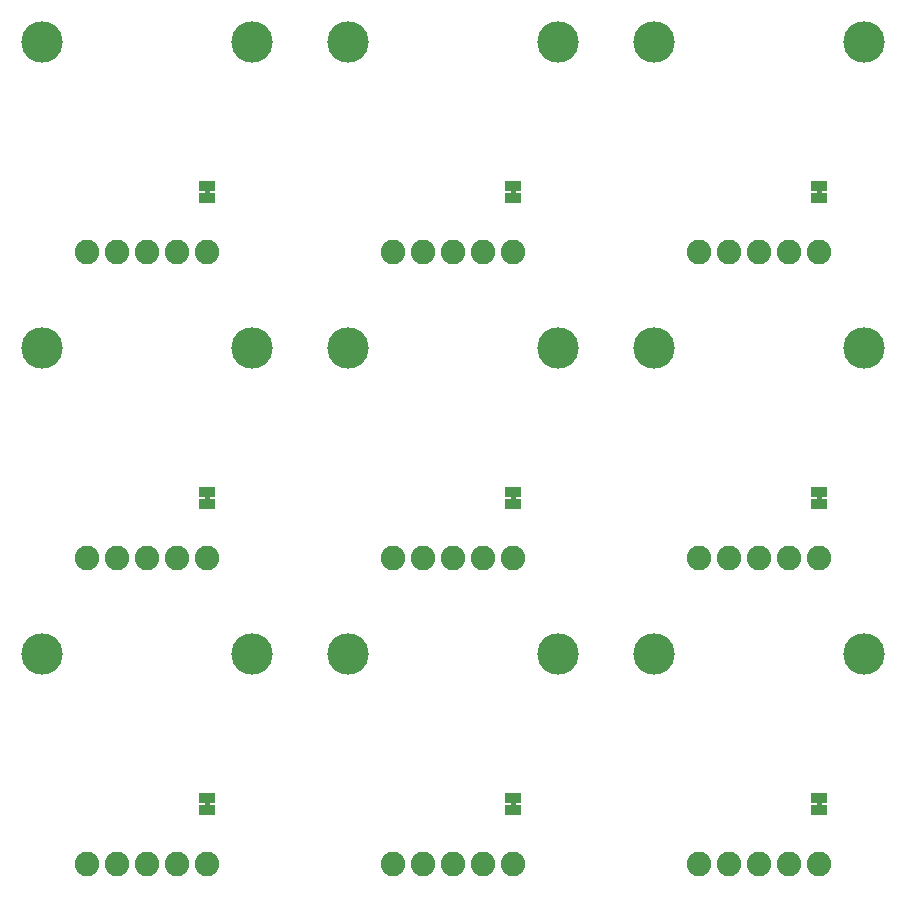
<source format=gbs>
G75*
%MOIN*%
%OFA0B0*%
%FSLAX25Y25*%
%IPPOS*%
%LPD*%
%AMOC8*
5,1,8,0,0,1.08239X$1,22.5*
%
%ADD10C,0.13800*%
%ADD11C,0.08200*%
%ADD12R,0.05800X0.03300*%
%ADD13C,0.00500*%
D10*
X0071333Y0093500D03*
X0141333Y0093500D03*
X0173333Y0093500D03*
X0243333Y0093500D03*
X0275333Y0093500D03*
X0345333Y0093500D03*
X0345333Y0195500D03*
X0275333Y0195500D03*
X0243333Y0195500D03*
X0173333Y0195500D03*
X0141333Y0195500D03*
X0071333Y0195500D03*
X0071333Y0297500D03*
X0141333Y0297500D03*
X0173333Y0297500D03*
X0243333Y0297500D03*
X0275333Y0297500D03*
X0345333Y0297500D03*
D11*
X0086333Y0023500D03*
X0096333Y0023500D03*
X0106333Y0023500D03*
X0116333Y0023500D03*
X0126333Y0023500D03*
X0188333Y0023500D03*
X0198333Y0023500D03*
X0208333Y0023500D03*
X0218333Y0023500D03*
X0228333Y0023500D03*
X0290333Y0023500D03*
X0300333Y0023500D03*
X0310333Y0023500D03*
X0320333Y0023500D03*
X0330333Y0023500D03*
X0330333Y0125500D03*
X0320333Y0125500D03*
X0310333Y0125500D03*
X0300333Y0125500D03*
X0290333Y0125500D03*
X0228333Y0125500D03*
X0218333Y0125500D03*
X0208333Y0125500D03*
X0198333Y0125500D03*
X0188333Y0125500D03*
X0126333Y0125500D03*
X0116333Y0125500D03*
X0106333Y0125500D03*
X0096333Y0125500D03*
X0086333Y0125500D03*
X0086333Y0227500D03*
X0096333Y0227500D03*
X0106333Y0227500D03*
X0116333Y0227500D03*
X0126333Y0227500D03*
X0188333Y0227500D03*
X0198333Y0227500D03*
X0208333Y0227500D03*
X0218333Y0227500D03*
X0228333Y0227500D03*
X0290333Y0227500D03*
X0300333Y0227500D03*
X0310333Y0227500D03*
X0320333Y0227500D03*
X0330333Y0227500D03*
D12*
X0330333Y0245500D03*
X0330333Y0249500D03*
X0228333Y0249500D03*
X0228333Y0245500D03*
X0126333Y0245500D03*
X0126333Y0249500D03*
X0126333Y0147500D03*
X0126333Y0143500D03*
X0228333Y0143500D03*
X0228333Y0147500D03*
X0330333Y0147500D03*
X0330333Y0143500D03*
X0330333Y0045500D03*
X0330333Y0041500D03*
X0228333Y0041500D03*
X0228333Y0045500D03*
X0126333Y0045500D03*
X0126333Y0041500D03*
D13*
X0125833Y0042750D02*
X0126833Y0042750D01*
X0126833Y0044250D01*
X0125833Y0044250D01*
X0125833Y0042750D01*
X0125833Y0042897D02*
X0126833Y0042897D01*
X0126833Y0043396D02*
X0125833Y0043396D01*
X0125833Y0043894D02*
X0126833Y0043894D01*
X0227833Y0043894D02*
X0228833Y0043894D01*
X0228833Y0044250D02*
X0227833Y0044250D01*
X0227833Y0042750D01*
X0228833Y0042750D01*
X0228833Y0044250D01*
X0228833Y0043396D02*
X0227833Y0043396D01*
X0227833Y0042897D02*
X0228833Y0042897D01*
X0329833Y0042897D02*
X0330833Y0042897D01*
X0330833Y0042750D02*
X0330833Y0044250D01*
X0329833Y0044250D01*
X0329833Y0042750D01*
X0330833Y0042750D01*
X0330833Y0043396D02*
X0329833Y0043396D01*
X0329833Y0043894D02*
X0330833Y0043894D01*
X0330833Y0144750D02*
X0329833Y0144750D01*
X0329833Y0146250D01*
X0330833Y0146250D01*
X0330833Y0144750D01*
X0330833Y0145092D02*
X0329833Y0145092D01*
X0329833Y0145591D02*
X0330833Y0145591D01*
X0330833Y0146089D02*
X0329833Y0146089D01*
X0228833Y0146089D02*
X0227833Y0146089D01*
X0227833Y0146250D02*
X0228833Y0146250D01*
X0228833Y0144750D01*
X0227833Y0144750D01*
X0227833Y0146250D01*
X0227833Y0145591D02*
X0228833Y0145591D01*
X0228833Y0145092D02*
X0227833Y0145092D01*
X0126833Y0145092D02*
X0125833Y0145092D01*
X0125833Y0144750D02*
X0126833Y0144750D01*
X0126833Y0146250D01*
X0125833Y0146250D01*
X0125833Y0144750D01*
X0125833Y0145591D02*
X0126833Y0145591D01*
X0126833Y0146089D02*
X0125833Y0146089D01*
X0125833Y0246750D02*
X0126833Y0246750D01*
X0126833Y0248250D01*
X0125833Y0248250D01*
X0125833Y0246750D01*
X0125833Y0246788D02*
X0126833Y0246788D01*
X0126833Y0247287D02*
X0125833Y0247287D01*
X0125833Y0247785D02*
X0126833Y0247785D01*
X0227833Y0247785D02*
X0228833Y0247785D01*
X0228833Y0248250D02*
X0227833Y0248250D01*
X0227833Y0246750D01*
X0228833Y0246750D01*
X0228833Y0248250D01*
X0228833Y0247287D02*
X0227833Y0247287D01*
X0227833Y0246788D02*
X0228833Y0246788D01*
X0329833Y0246788D02*
X0330833Y0246788D01*
X0330833Y0246750D02*
X0330833Y0248250D01*
X0329833Y0248250D01*
X0329833Y0246750D01*
X0330833Y0246750D01*
X0330833Y0247287D02*
X0329833Y0247287D01*
X0329833Y0247785D02*
X0330833Y0247785D01*
M02*

</source>
